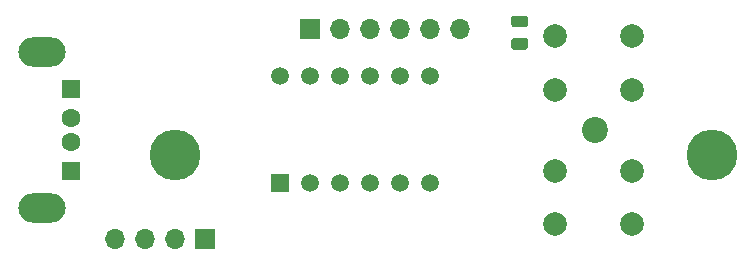
<source format=gts>
%TF.GenerationSoftware,KiCad,Pcbnew,(5.1.12)-1*%
%TF.CreationDate,2023-03-04T08:28:37+01:00*%
%TF.ProjectId,Front_USB,46726f6e-745f-4555-9342-2e6b69636164,rev?*%
%TF.SameCoordinates,PX548a170PY45a45e8*%
%TF.FileFunction,Soldermask,Top*%
%TF.FilePolarity,Negative*%
%FSLAX46Y46*%
G04 Gerber Fmt 4.6, Leading zero omitted, Abs format (unit mm)*
G04 Created by KiCad (PCBNEW (5.1.12)-1) date 2023-03-04 08:28:37*
%MOMM*%
%LPD*%
G01*
G04 APERTURE LIST*
%ADD10O,4.000000X2.500000*%
%ADD11R,1.600000X1.600000*%
%ADD12C,1.600000*%
%ADD13C,2.200000*%
%ADD14C,4.300000*%
%ADD15C,1.500000*%
%ADD16R,1.500000X1.500000*%
%ADD17O,1.700000X1.700000*%
%ADD18R,1.700000X1.700000*%
%ADD19C,2.000000*%
G04 APERTURE END LIST*
D10*
%TO.C,J1*%
X4231000Y17690000D03*
X4231000Y4550000D03*
D11*
X6731000Y14620000D03*
D12*
X6731000Y12120000D03*
X6731000Y10120000D03*
D11*
X6731000Y7620000D03*
%TD*%
D13*
%TO.C,H3*%
X51054000Y11112500D03*
%TD*%
D14*
%TO.C,H2*%
X60960000Y9017000D03*
%TD*%
%TO.C,H1*%
X15494000Y9017000D03*
%TD*%
D15*
%TO.C,DISP1*%
X24384000Y15684500D03*
X26924000Y15684500D03*
X29464000Y15684500D03*
X32004000Y15684500D03*
X34544000Y15684500D03*
X37084000Y15684500D03*
X37084000Y6667500D03*
X34544000Y6667500D03*
X32004000Y6667500D03*
X29464000Y6667500D03*
X26924000Y6667500D03*
D16*
X24384000Y6667500D03*
%TD*%
D17*
%TO.C,J3*%
X39624000Y19685000D03*
X37084000Y19685000D03*
X34544000Y19685000D03*
X32004000Y19685000D03*
X29464000Y19685000D03*
D18*
X26924000Y19685000D03*
%TD*%
D17*
%TO.C,J2*%
X10414000Y1905000D03*
X12954000Y1905000D03*
X15494000Y1905000D03*
D18*
X18034000Y1905000D03*
%TD*%
%TO.C,C1*%
G36*
G01*
X44229000Y20815000D02*
X45179000Y20815000D01*
G75*
G02*
X45429000Y20565000I0J-250000D01*
G01*
X45429000Y20065000D01*
G75*
G02*
X45179000Y19815000I-250000J0D01*
G01*
X44229000Y19815000D01*
G75*
G02*
X43979000Y20065000I0J250000D01*
G01*
X43979000Y20565000D01*
G75*
G02*
X44229000Y20815000I250000J0D01*
G01*
G37*
G36*
G01*
X44229000Y18915000D02*
X45179000Y18915000D01*
G75*
G02*
X45429000Y18665000I0J-250000D01*
G01*
X45429000Y18165000D01*
G75*
G02*
X45179000Y17915000I-250000J0D01*
G01*
X44229000Y17915000D01*
G75*
G02*
X43979000Y18165000I0J250000D01*
G01*
X43979000Y18665000D01*
G75*
G02*
X44229000Y18915000I250000J0D01*
G01*
G37*
%TD*%
D19*
%TO.C,SW2*%
X47729000Y3175000D03*
X47729000Y7675000D03*
X54229000Y3175000D03*
X54229000Y7675000D03*
%TD*%
%TO.C,SW1*%
X47729000Y14541500D03*
X47729000Y19041500D03*
X54229000Y14541500D03*
X54229000Y19041500D03*
%TD*%
M02*

</source>
